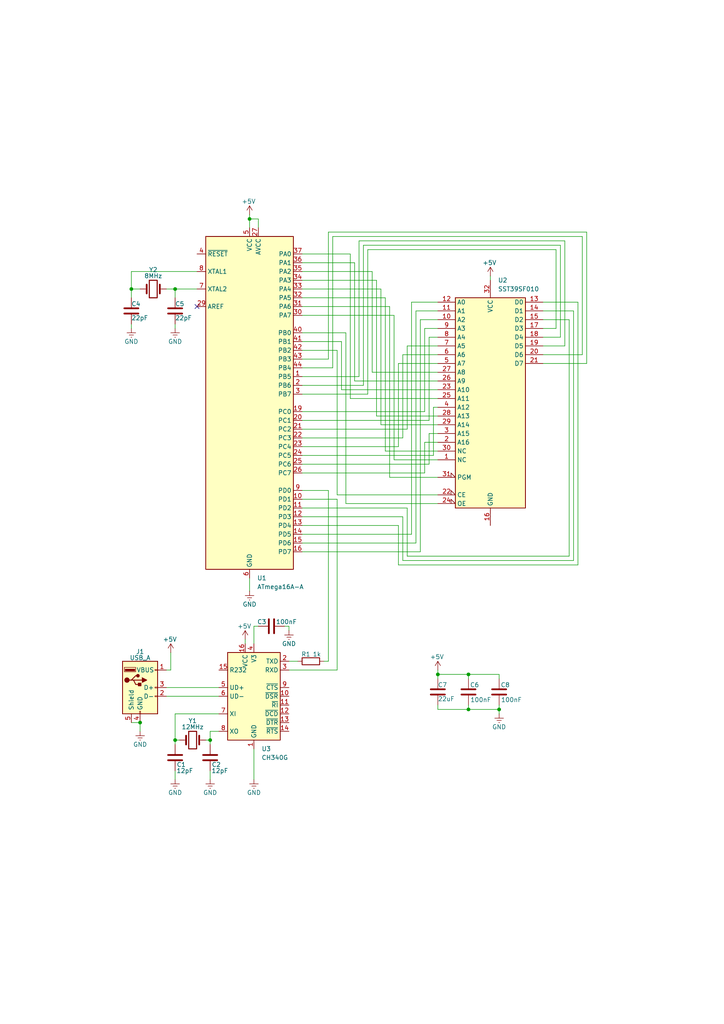
<source format=kicad_sch>
(kicad_sch (version 20231120) (generator "eeschema") (generator_version "8.0")
  (paper "A4" portrait)
  (title_block (title "ParaPROG: 29-39-49-5V"))
  (lib_symbols
    (symbol "Connector:USB_A" (pin_names (offset 1.016))
      (property "Reference" "J" (at -5.08 11.43 0))
      (property "Value" "USB_A" (at -5.08 8.89 0))
      (symbol "USB_A_0_1"
        (rectangle (start -5.08 -7.62) (end 5.08 7.62) (stroke (width 0.254)) (fill (type background)))
        (circle (center -3.81 2.159) (radius 0.635) (stroke (width 0.254)) (fill (type outline)))
        (rectangle (start -1.524 4.826) (end -4.318 5.334) (fill (type outline)))
        (rectangle (start -1.27 4.572) (end -4.572 5.842))
        (circle (center -0.635 3.429) (radius 0.381) (stroke (width 0.254)) (fill (type outline)))
        (rectangle (start -0.127 -7.62) (end 0.127 -6.858))
        (polyline (pts (xy -3.175 2.159) (xy -2.54 2.159) (xy -1.27 3.429) (xy -0.635 3.429)) (stroke (width 0.254)))
        (polyline (pts (xy -2.54 2.159) (xy -1.905 2.159) (xy -1.27 0.889) (xy 0 0.889)) (stroke (width 0.254)))
        (polyline (pts (xy 0.635 2.794) (xy 0.635 1.524) (xy 1.905 2.159) (xy 0.635 2.794)) (stroke (width 0.254)) (fill (type outline)))
        (rectangle (start 0.254 1.27) (end -0.508 0.508) (stroke (width 0.254)) (fill (type outline)))
        (rectangle (start 5.08 -2.667) (end 4.318 -2.413))
        (rectangle (start 5.08 -0.127) (end 4.318 0.127))
        (rectangle (start 5.08 4.953) (end 4.318 5.207))
      )
      (symbol "USB_A_1_1"
        (polyline (pts (xy -1.905 2.159) (xy 0.635 2.159)) (stroke (width 0.254)))
        (pin power_in line (at 7.62 5.08 180) (length 2.54) (name "VBUS") (number "1"))
        (pin bidirectional line (at 7.62 -2.54 180) (length 2.54) (name "D-") (number "2"))
        (pin bidirectional line (at 7.62 0 180) (length 2.54) (name "D+") (number "3"))
        (pin power_in line (at 0 -10.16 90) (length 2.54) (name "GND") (number "4"))
        (pin passive line (at -2.54 -10.16 90) (length 2.54) (name "Shield") (number "5"))
      )
    )
    (symbol "Device:C" (pin_numbers hide) (pin_names (offset 0.254))
      (property "Reference" "C1" (at 3.81 1.2701 0))
      (property "Value" "12pF" (at 3.81 -1.2699 0))
      (symbol "C_0_1"
        (polyline (pts (xy -2.032 -0.762) (xy 2.032 -0.762)) (stroke (width 0.508)))
        (polyline (pts (xy -2.032 0.762) (xy 2.032 0.762)) (stroke (width 0.508)))
      )
      (symbol "C_1_1"
        (pin passive line (at 0 3.81 270) (length 2.794) (name "~") (number "1"))
        (pin passive line (at 0 -3.81 90) (length 2.794) (name "~") (number "2"))
      )
    )
    (symbol "Device:Crystal" (pin_numbers hide) (pin_names (offset 1.016) hide)
      (property "Reference" "Y" (at 0 3.81 0))
      (property "Value" "Crystal" (at 0 -3.81 0))
      (symbol "Crystal_0_1"
        (rectangle (start -1.143 2.54) (end 1.143 -2.54) (stroke (width 0.3048)))
        (polyline (pts (xy -2.54 0) (xy -1.905 0)))
        (polyline (pts (xy -1.905 -1.27) (xy -1.905 1.27)) (stroke (width 0.508)))
        (polyline (pts (xy 1.905 -1.27) (xy 1.905 1.27)) (stroke (width 0.508)))
        (polyline (pts (xy 2.54 0) (xy 1.905 0)))
      )
      (symbol "Crystal_1_1"
        (pin passive line (at -3.81 0 0) (length 1.27) (name "1") (number "1"))
        (pin passive line (at 3.81 0 180) (length 1.27) (name "2") (number "2"))
      )
    )
    (symbol "Device:R" (pin_numbers hide) (pin_names (offset 0))
      (property "Reference" "R" (at 2.032 0 90))
      (property "Value" "R" (at 0 0 90))
      (symbol "R_0_1"
        (rectangle (start -1.016 -2.54) (end 1.016 2.54) (stroke (width 0.254)))
      )
      (symbol "R_1_1"
        (pin passive line (at 0 3.81 270) (length 1.27) (name "~") (number "1"))
        (pin passive line (at 0 -3.81 90) (length 1.27) (name "~") (number "2"))
      )
    )
    (symbol "Interface_USB:CH340G"
      (property "Reference" "U" (at -5.08 13.97 0))
      (property "Value" "CH340G" (at 1.27 13.97 0))
      (symbol "CH340G_0_1"
        (rectangle (start -7.62 12.7) (end 7.62 -12.7) (stroke (width 0.254)) (fill (type background)))
      )
      (symbol "CH340G_1_1"
        (pin power_in line (at 0 -15.24 90) (length 2.54) (name "GND") (number "1"))
        (pin input line (at 10.16 0 180) (length 2.54) (name "~{DSR}") (number "10"))
        (pin input line (at 10.16 -2.54 180) (length 2.54) (name "~{RI}") (number "11"))
        (pin input line (at 10.16 -5.08 180) (length 2.54) (name "~{DCD}") (number "12"))
        (pin output line (at 10.16 -7.62 180) (length 2.54) (name "~{DTR}") (number "13"))
        (pin output line (at 10.16 -10.16 180) (length 2.54) (name "~{RTS}") (number "14"))
        (pin input line (at -10.16 7.62 0) (length 2.54) (name "R232") (number "15"))
        (pin power_in line (at -2.54 15.24 270) (length 2.54) (name "VCC") (number "16"))
        (pin output line (at 10.16 10.16 180) (length 2.54) (name "TXD") (number "2"))
        (pin input line (at 10.16 7.62 180) (length 2.54) (name "RXD") (number "3"))
        (pin power_out line (at 0 15.24 270) (length 2.54) (name "V3") (number "4"))
        (pin bidirectional line (at -10.16 2.54 0) (length 2.54) (name "UD+") (number "5"))
        (pin bidirectional line (at -10.16 0 0) (length 2.54) (name "UD-") (number "6"))
        (pin input line (at -10.16 -5.08 0) (length 2.54) (name "XI") (number "7"))
        (pin output line (at -10.16 -10.16 0) (length 2.54) (name "XO") (number "8"))
        (pin input line (at 10.16 2.54 180) (length 2.54) (name "~{CTS}") (number "9"))
      )
    )
    (symbol "MCU_Microchip_ATmega:ATmega16A-A"
      (property "Reference" "U" (at -12.7 49.53 0))
      (property "Value" "ATmega16A-A" (at 2.54 -49.53 0))
      (symbol "ATmega16A-A_0_1"
        (rectangle (start -12.7 -48.26) (end 12.7 48.26) (stroke (width 0.254)) (fill (type background)))
      )
      (symbol "ATmega16A-A_1_1"
        (pin bidirectional line (at 15.24 7.62 180) (length 2.54) (name "PB5") (number "1"))
        (pin bidirectional line (at 15.24 -27.94 180) (length 2.54) (name "PD1") (number "10"))
        (pin bidirectional line (at 15.24 -30.48 180) (length 2.54) (name "PD2") (number "11"))
        (pin bidirectional line (at 15.24 -33.02 180) (length 2.54) (name "PD3") (number "12"))
        (pin bidirectional line (at 15.24 -35.56 180) (length 2.54) (name "PD4") (number "13"))
        (pin bidirectional line (at 15.24 -38.1 180) (length 2.54) (name "PD5") (number "14"))
        (pin bidirectional line (at 15.24 -40.64 180) (length 2.54) (name "PD6") (number "15"))
        (pin bidirectional line (at 15.24 -43.18 180) (length 2.54) (name "PD7") (number "16"))
        (pin passive line (at 0 50.8 270) (length 2.54) hide (name "VCC") (number "17"))
        (pin passive line (at 0 -50.8 90) (length 2.54) hide (name "GND") (number "18"))
        (pin bidirectional line (at 15.24 -2.54 180) (length 2.54) (name "PC0") (number "19"))
        (pin bidirectional line (at 15.24 5.08 180) (length 2.54) (name "PB6") (number "2"))
        (pin bidirectional line (at 15.24 -5.08 180) (length 2.54) (name "PC1") (number "20"))
        (pin bidirectional line (at 15.24 -7.62 180) (length 2.54) (name "PC2") (number "21"))
        (pin bidirectional line (at 15.24 -10.16 180) (length 2.54) (name "PC3") (number "22"))
        (pin bidirectional line (at 15.24 -12.7 180) (length 2.54) (name "PC4") (number "23"))
        (pin bidirectional line (at 15.24 -15.24 180) (length 2.54) (name "PC5") (number "24"))
        (pin bidirectional line (at 15.24 -17.78 180) (length 2.54) (name "PC6") (number "25"))
        (pin bidirectional line (at 15.24 -20.32 180) (length 2.54) (name "PC7") (number "26"))
        (pin power_in line (at 2.54 50.8 270) (length 2.54) (name "AVCC") (number "27"))
        (pin passive line (at 0 -50.8 90) (length 2.54) hide (name "GND") (number "28"))
        (pin passive line (at -15.24 27.94 0) (length 2.54) (name "AREF") (number "29"))
        (pin bidirectional line (at 15.24 2.54 180) (length 2.54) (name "PB7") (number "3"))
        (pin bidirectional line (at 15.24 25.4 180) (length 2.54) (name "PA7") (number "30"))
        (pin bidirectional line (at 15.24 27.94 180) (length 2.54) (name "PA6") (number "31"))
        (pin bidirectional line (at 15.24 30.48 180) (length 2.54) (name "PA5") (number "32"))
        (pin bidirectional line (at 15.24 33.02 180) (length 2.54) (name "PA4") (number "33"))
        (pin bidirectional line (at 15.24 35.56 180) (length 2.54) (name "PA3") (number "34"))
        (pin bidirectional line (at 15.24 38.1 180) (length 2.54) (name "PA2") (number "35"))
        (pin bidirectional line (at 15.24 40.64 180) (length 2.54) (name "PA1") (number "36"))
        (pin bidirectional line (at 15.24 43.18 180) (length 2.54) (name "PA0") (number "37"))
        (pin passive line (at 0 50.8 270) (length 2.54) hide (name "VCC") (number "38"))
        (pin passive line (at 0 -50.8 90) (length 2.54) hide (name "GND") (number "39"))
        (pin input line (at -15.24 43.18 0) (length 2.54) (name "~{RESET}") (number "4"))
        (pin bidirectional line (at 15.24 20.32 180) (length 2.54) (name "PB0") (number "40"))
        (pin bidirectional line (at 15.24 17.78 180) (length 2.54) (name "PB1") (number "41"))
        (pin bidirectional line (at 15.24 15.24 180) (length 2.54) (name "PB2") (number "42"))
        (pin bidirectional line (at 15.24 12.7 180) (length 2.54) (name "PB3") (number "43"))
        (pin bidirectional line (at 15.24 10.16 180) (length 2.54) (name "PB4") (number "44"))
        (pin power_in line (at 0 50.8 270) (length 2.54) (name "VCC") (number "5"))
        (pin power_in line (at 0 -50.8 90) (length 2.54) (name "GND") (number "6"))
        (pin output line (at -15.24 33.02 0) (length 2.54) (name "XTAL2") (number "7"))
        (pin input line (at -15.24 38.1 0) (length 2.54) (name "XTAL1") (number "8"))
        (pin bidirectional line (at 15.24 -25.4 180) (length 2.54) (name "PD0") (number "9"))
      )
    )
    (symbol "Memory_Flash:SST39SF010"
      (property "Reference" "U" (at 2.54 33.02 0))
      (property "Value" "SST39SF010" (at 0 -30.48 0))
      (symbol "SST39SF010_0_0"
        (pin power_in line (at 0 -34.29 90) (length 5.08) (name "GND") (number "16"))
        (pin power_in line (at 0 36.83 270) (length 5.08) (name "VCC") (number "32"))
      )
      (symbol "SST39SF010_0_1"
        (rectangle (start -10.16 31.75) (end 10.16 -29.21) (stroke (width 0.254)) (fill (type background)))
      )
      (symbol "SST39SF010_1_1"
        (pin input line (at -15.24 -15.24 0) (length 5.08) (name "NC") (number "1"))
        (pin input line (at -15.24 25.4 0) (length 5.08) (name "A2") (number "10"))
        (pin input line (at -15.24 27.94 0) (length 5.08) (name "A1") (number "11"))
        (pin input line (at -15.24 30.48 0) (length 5.08) (name "A0") (number "12"))
        (pin tri_state line (at 15.24 30.48 180) (length 5.08) (name "D0") (number "13"))
        (pin tri_state line (at 15.24 27.94 180) (length 5.08) (name "D1") (number "14"))
        (pin tri_state line (at 15.24 25.4 180) (length 5.08) (name "D2") (number "15"))
        (pin tri_state line (at 15.24 22.86 180) (length 5.08) (name "D3") (number "17"))
        (pin tri_state line (at 15.24 20.32 180) (length 5.08) (name "D4") (number "18"))
        (pin tri_state line (at 15.24 17.78 180) (length 5.08) (name "D5") (number "19"))
        (pin input line (at -15.24 -10.16 0) (length 5.08) (name "A16") (number "2"))
        (pin tri_state line (at 15.24 15.24 180) (length 5.08) (name "D6") (number "20"))
        (pin tri_state line (at 15.24 12.7 180) (length 5.08) (name "D7") (number "21"))
        (pin input input_low (at -15.24 -25.4 0) (length 5.08) (name "CE") (number "22"))
        (pin input line (at -15.24 5.08 0) (length 5.08) (name "A10") (number "23"))
        (pin input input_low (at -15.24 -27.94 0) (length 5.08) (name "OE") (number "24"))
        (pin input line (at -15.24 2.54 0) (length 5.08) (name "A11") (number "25"))
        (pin input line (at -15.24 7.62 0) (length 5.08) (name "A9") (number "26"))
        (pin input line (at -15.24 10.16 0) (length 5.08) (name "A8") (number "27"))
        (pin input line (at -15.24 -2.54 0) (length 5.08) (name "A13") (number "28"))
        (pin input line (at -15.24 -5.08 0) (length 5.08) (name "A14") (number "29"))
        (pin input line (at -15.24 -7.62 0) (length 5.08) (name "A15") (number "3"))
        (pin input line (at -15.24 -12.7 0) (length 5.08) (name "NC") (number "30"))
        (pin input input_low (at -15.24 -20.32 0) (length 5.08) (name "PGM") (number "31"))
        (pin input line (at -15.24 0 0) (length 5.08) (name "A12") (number "4"))
        (pin input line (at -15.24 12.7 0) (length 5.08) (name "A7") (number "5"))
        (pin input line (at -15.24 15.24 0) (length 5.08) (name "A6") (number "6"))
        (pin input line (at -15.24 17.78 0) (length 5.08) (name "A5") (number "7"))
        (pin input line (at -15.24 20.32 0) (length 5.08) (name "A4") (number "8"))
        (pin input line (at -15.24 22.86 0) (length 5.08) (name "A3") (number "9"))
      )
    )
    (symbol "power:+3.3V" (power) (pin_numbers hide) (pin_names (offset 0) hide)
      (property "Value" "+3.3V" (at 0 3.556 0))
      (symbol "+3.3V_0_1"
        (polyline (pts (xy -0.762 1.27) (xy 0 2.54)))
        (polyline (pts (xy 0 0) (xy 0 2.54)))
        (polyline (pts (xy 0 2.54) (xy 0.762 1.27)))
      )
      (symbol "+3.3V_1_1"
        (pin power_in line (at 0 0 90) (length 0) (name "~") (number "1"))
      )
    )
    (symbol "power:GNDREF" (power) (pin_numbers hide) (pin_names (offset 0) hide)
      (property "Value" "GNDREF" (at 0 -3.81 0))
      (symbol "GNDREF_0_1"
        (polyline (pts (xy -0.635 -1.905) (xy 0.635 -1.905)))
        (polyline (pts (xy -0.127 -2.54) (xy 0.127 -2.54)))
        (polyline (pts (xy 0 -1.27) (xy 0 0)))
        (polyline (pts (xy 1.27 -1.27) (xy -1.27 -1.27)))
      )
      (symbol "GNDREF_1_1"
        (pin power_in line (at 0 0 270) (length 0) (name "~") (number "1"))
      )
    )
  )
  (junction (at 135.89 205.74))
  (junction (at 38.1 83.82))
  (junction (at 40.64 209.55))
  (junction (at 127 195.58))
  (junction (at 72.39 63.5))
  (junction (at 50.8 214.63))
  (junction (at 135.89 195.58))
  (junction (at 144.78 205.74))
  (junction (at 60.96 214.63))
  (junction (at 50.8 83.82))
  (no_connect (at 57.15 88.9))
  (wire (pts (xy 50.8 83.82) (xy 50.8 86.36)))
  (wire (pts (xy 49.53 194.31) (xy 48.26 194.31)))
  (wire (pts (xy 87.63 142.24) (xy 95.25 142.24)))
  (wire (pts (xy 167.64 163.83) (xy 167.64 87.63)))
  (wire (pts (xy 63.5 212.09) (xy 60.96 212.09)))
  (wire (pts (xy 50.8 93.98) (xy 50.8 95.25)))
  (wire (pts (xy 50.8 223.52) (xy 50.8 226.06)))
  (wire (pts (xy 95.25 191.77) (xy 95.25 142.24)))
  (wire (pts (xy 170.18 67.31) (xy 170.18 105.41)))
  (wire (pts (xy 48.26 201.93) (xy 63.5 201.93)))
  (wire (pts (xy 107.95 107.95) (xy 127 107.95)))
  (wire (pts (xy 87.63 96.52) (xy 100.33 96.52)))
  (wire (pts (xy 124.46 134.62) (xy 124.46 125.73)))
  (wire (pts (xy 102.87 110.49) (xy 102.87 76.2)))
  (wire (pts (xy 87.63 101.6) (xy 97.79 101.6)))
  (wire (pts (xy 124.46 125.73) (xy 127 125.73)))
  (wire (pts (xy 96.52 106.68) (xy 96.52 68.58)))
  (wire (pts (xy 125.73 118.11) (xy 127 118.11)))
  (wire (pts (xy 73.66 186.69) (xy 73.66 181.61)))
  (wire (pts (xy 101.6 115.57) (xy 101.6 73.66)))
  (wire (pts (xy 101.6 73.66) (xy 87.63 73.66)))
  (wire (pts (xy 72.39 63.5) (xy 74.93 63.5)))
  (wire (pts (xy 87.63 88.9) (xy 113.03 88.9)))
  (wire (pts (xy 87.63 111.76) (xy 105.41 111.76)))
  (wire (pts (xy 50.8 214.63) (xy 50.8 215.9)))
  (wire (pts (xy 87.63 114.3) (xy 106.68 114.3)))
  (wire (pts (xy 97.79 143.51) (xy 127 143.51)))
  (wire (pts (xy 162.56 97.79) (xy 157.48 97.79)))
  (wire (pts (xy 100.33 146.05) (xy 127 146.05)))
  (wire (pts (xy 127 194.31) (xy 127 195.58)))
  (wire (pts (xy 87.63 137.16) (xy 123.19 137.16)))
  (wire (pts (xy 48.26 199.39) (xy 63.5 199.39)))
  (wire (pts (xy 123.19 119.38) (xy 123.19 95.25)))
  (wire (pts (xy 71.12 185.42) (xy 71.12 186.69)))
  (wire (pts (xy 118.11 100.33) (xy 127 100.33)))
  (wire (pts (xy 166.37 162.56) (xy 166.37 90.17)))
  (wire (pts (xy 127 115.57) (xy 101.6 115.57)))
  (wire (pts (xy 57.15 78.74) (xy 38.1 78.74)))
  (wire (pts (xy 50.8 214.63) (xy 52.07 214.63)))
  (wire (pts (xy 87.63 147.32) (xy 118.11 147.32)))
  (wire (pts (xy 114.3 91.44) (xy 114.3 133.35)))
  (wire (pts (xy 144.78 204.47) (xy 144.78 205.74)))
  (wire (pts (xy 114.3 133.35) (xy 127 133.35)))
  (wire (pts (xy 106.68 114.3) (xy 106.68 72.39)))
  (wire (pts (xy 87.63 83.82) (xy 110.49 83.82)))
  (wire (pts (xy 124.46 97.79) (xy 127 97.79)))
  (wire (pts (xy 118.11 124.46) (xy 118.11 100.33)))
  (wire (pts (xy 115.57 152.4) (xy 115.57 163.83)))
  (wire (pts (xy 83.82 194.31) (xy 97.79 194.31)))
  (wire (pts (xy 63.5 207.01) (xy 50.8 207.01)))
  (wire (pts (xy 72.39 62.23) (xy 72.39 63.5)))
  (wire (pts (xy 82.55 181.61) (xy 83.82 181.61)))
  (wire (pts (xy 97.79 101.6) (xy 97.79 143.51)))
  (wire (pts (xy 73.66 217.17) (xy 73.66 226.06)))
  (wire (pts (xy 87.63 91.44) (xy 114.3 91.44)))
  (wire (pts (xy 121.92 160.02) (xy 121.92 92.71)))
  (wire (pts (xy 113.03 138.43) (xy 127 138.43)))
  (wire (pts (xy 162.56 71.12) (xy 162.56 97.79)))
  (wire (pts (xy 168.91 68.58) (xy 168.91 102.87)))
  (wire (pts (xy 87.63 160.02) (xy 121.92 160.02)))
  (wire (pts (xy 127 195.58) (xy 135.89 195.58)))
  (wire (pts (xy 87.63 152.4) (xy 115.57 152.4)))
  (wire (pts (xy 105.41 71.12) (xy 162.56 71.12)))
  (wire (pts (xy 120.65 157.48) (xy 120.65 90.17)))
  (wire (pts (xy 165.1 161.29) (xy 165.1 92.71)))
  (wire (pts (xy 50.8 207.01) (xy 50.8 214.63)))
  (wire (pts (xy 135.89 195.58) (xy 135.89 196.85)))
  (wire (pts (xy 127 204.47) (xy 127 205.74)))
  (wire (pts (xy 118.11 161.29) (xy 165.1 161.29)))
  (wire (pts (xy 96.52 68.58) (xy 168.91 68.58)))
  (wire (pts (xy 124.46 121.92) (xy 124.46 97.79)))
  (wire (pts (xy 144.78 195.58) (xy 144.78 196.85)))
  (wire (pts (xy 87.63 154.94) (xy 119.38 154.94)))
  (wire (pts (xy 142.24 80.01) (xy 142.24 81.28)))
  (wire (pts (xy 60.96 214.63) (xy 60.96 215.9)))
  (wire (pts (xy 115.57 163.83) (xy 167.64 163.83)))
  (wire (pts (xy 121.92 92.71) (xy 127 92.71)))
  (wire (pts (xy 135.89 204.47) (xy 135.89 205.74)))
  (wire (pts (xy 38.1 209.55) (xy 40.64 209.55)))
  (wire (pts (xy 99.06 99.06) (xy 99.06 113.03)))
  (wire (pts (xy 38.1 83.82) (xy 38.1 86.36)))
  (wire (pts (xy 105.41 111.76) (xy 105.41 71.12)))
  (wire (pts (xy 111.76 86.36) (xy 111.76 130.81)))
  (wire (pts (xy 100.33 96.52) (xy 100.33 146.05)))
  (wire (pts (xy 144.78 205.74) (xy 144.78 207.01)))
  (wire (pts (xy 109.22 81.28) (xy 109.22 120.65)))
  (wire (pts (xy 87.63 78.74) (xy 107.95 78.74)))
  (wire (pts (xy 95.25 191.77) (xy 93.98 191.77)))
  (wire (pts (xy 83.82 181.61) (xy 83.82 182.88)))
  (wire (pts (xy 40.64 209.55) (xy 40.64 212.09)))
  (wire (pts (xy 83.82 191.77) (xy 86.36 191.77)))
  (wire (pts (xy 72.39 66.04) (xy 72.39 63.5)))
  (wire (pts (xy 123.19 137.16) (xy 123.19 128.27)))
  (wire (pts (xy 87.63 106.68) (xy 96.52 106.68)))
  (wire (pts (xy 170.18 105.41) (xy 157.48 105.41)))
  (wire (pts (xy 38.1 93.98) (xy 38.1 95.25)))
  (wire (pts (xy 87.63 157.48) (xy 120.65 157.48)))
  (wire (pts (xy 123.19 95.25) (xy 127 95.25)))
  (wire (pts (xy 102.87 76.2) (xy 87.63 76.2)))
  (wire (pts (xy 161.29 95.25) (xy 157.48 95.25)))
  (wire (pts (xy 127 110.49) (xy 102.87 110.49)))
  (wire (pts (xy 115.57 105.41) (xy 127 105.41)))
  (wire (pts (xy 87.63 121.92) (xy 124.46 121.92)))
  (wire (pts (xy 60.96 223.52) (xy 60.96 226.06)))
  (wire (pts (xy 95.25 67.31) (xy 170.18 67.31)))
  (wire (pts (xy 87.63 81.28) (xy 109.22 81.28)))
  (wire (pts (xy 97.79 194.31) (xy 97.79 144.78)))
  (wire (pts (xy 127 195.58) (xy 127 196.85)))
  (wire (pts (xy 123.19 128.27) (xy 127 128.27)))
  (wire (pts (xy 87.63 124.46) (xy 118.11 124.46)))
  (wire (pts (xy 87.63 134.62) (xy 124.46 134.62)))
  (wire (pts (xy 95.25 104.14) (xy 95.25 67.31)))
  (wire (pts (xy 125.73 132.08) (xy 125.73 118.11)))
  (wire (pts (xy 87.63 119.38) (xy 123.19 119.38)))
  (wire (pts (xy 60.96 212.09) (xy 60.96 214.63)))
  (wire (pts (xy 127 205.74) (xy 135.89 205.74)))
  (wire (pts (xy 87.63 149.86) (xy 116.84 149.86)))
  (wire (pts (xy 87.63 132.08) (xy 125.73 132.08)))
  (wire (pts (xy 135.89 205.74) (xy 144.78 205.74)))
  (wire (pts (xy 163.83 100.33) (xy 157.48 100.33)))
  (wire (pts (xy 104.14 109.22) (xy 104.14 69.85)))
  (wire (pts (xy 87.63 129.54) (xy 115.57 129.54)))
  (wire (pts (xy 110.49 123.19) (xy 127 123.19)))
  (wire (pts (xy 106.68 72.39) (xy 161.29 72.39)))
  (wire (pts (xy 60.96 214.63) (xy 59.69 214.63)))
  (wire (pts (xy 104.14 69.85) (xy 163.83 69.85)))
  (wire (pts (xy 87.63 86.36) (xy 111.76 86.36)))
  (wire (pts (xy 120.65 90.17) (xy 127 90.17)))
  (wire (pts (xy 109.22 120.65) (xy 127 120.65)))
  (wire (pts (xy 87.63 109.22) (xy 104.14 109.22)))
  (wire (pts (xy 166.37 90.17) (xy 157.48 90.17)))
  (wire (pts (xy 165.1 92.71) (xy 157.48 92.71)))
  (wire (pts (xy 119.38 154.94) (xy 119.38 87.63)))
  (wire (pts (xy 87.63 104.14) (xy 95.25 104.14)))
  (wire (pts (xy 38.1 83.82) (xy 40.64 83.82)))
  (wire (pts (xy 116.84 149.86) (xy 116.84 162.56)))
  (wire (pts (xy 99.06 113.03) (xy 127 113.03)))
  (wire (pts (xy 113.03 88.9) (xy 113.03 138.43)))
  (wire (pts (xy 107.95 78.74) (xy 107.95 107.95)))
  (wire (pts (xy 116.84 102.87) (xy 127 102.87)))
  (wire (pts (xy 163.83 69.85) (xy 163.83 100.33)))
  (wire (pts (xy 135.89 195.58) (xy 144.78 195.58)))
  (wire (pts (xy 72.39 167.64) (xy 72.39 171.45)))
  (wire (pts (xy 168.91 102.87) (xy 157.48 102.87)))
  (wire (pts (xy 110.49 83.82) (xy 110.49 123.19)))
  (wire (pts (xy 38.1 78.74) (xy 38.1 83.82)))
  (wire (pts (xy 73.66 181.61) (xy 74.93 181.61)))
  (wire (pts (xy 111.76 130.81) (xy 127 130.81)))
  (wire (pts (xy 118.11 147.32) (xy 118.11 161.29)))
  (wire (pts (xy 48.26 83.82) (xy 50.8 83.82)))
  (wire (pts (xy 87.63 99.06) (xy 99.06 99.06)))
  (wire (pts (xy 167.64 87.63) (xy 157.48 87.63)))
  (wire (pts (xy 74.93 63.5) (xy 74.93 66.04)))
  (wire (pts (xy 119.38 87.63) (xy 127 87.63)))
  (wire (pts (xy 87.63 127) (xy 116.84 127)))
  (wire (pts (xy 116.84 162.56) (xy 166.37 162.56)))
  (wire (pts (xy 115.57 129.54) (xy 115.57 105.41)))
  (wire (pts (xy 116.84 127) (xy 116.84 102.87)))
  (wire (pts (xy 97.79 144.78) (xy 87.63 144.78)))
  (wire (pts (xy 49.53 189.23) (xy 49.53 194.31)))
  (wire (pts (xy 50.8 83.82) (xy 57.15 83.82)))
  (wire (pts (xy 161.29 72.39) (xy 161.29 95.25)))
  (symbol (lib_id "power:+3.3V") (at 142.24 80.01 0) (unit 1)
    (property "Reference" "#PWR012" (effects (hide yes)))
    (property "Value" "+5V" (at 141.986 76.2 0))
    (property "Description" "Power symbol creates a global label with name \"+3.3V\"" (effects (hide yes)))
  )
  (symbol (lib_id "power:+3.3V") (at 71.12 185.42 0) (unit 1)
    (property "Reference" "#PWR010" (effects (hide yes)))
    (property "Value" "+5V" (at 70.866 181.61 0))
    (property "Description" "Power symbol creates a global label with name \"+3.3V\"" (effects (hide yes)))
  )
  (symbol (lib_id "power:+3.3V") (at 72.39 62.23 0) (unit 1)
    (property "Reference" "#PWR011" (effects (hide yes)))
    (property "Value" "+5V" (at 72.136 58.42 0))
    (property "Description" "Power symbol creates a global label with name \"+3.3V\"" (effects (hide yes)))
  )
  (symbol (lib_id "Device:C") (at 38.1 90.17 0) (unit 1)
    (property "Reference" "C4" (at 38.1 88.138 0) (effects (justify left)))
    (property "Value" "22pF" (at 38.1 92.202 0) (effects (justify left)))
    (property "Footprint" "Capacitor_SMD:C_0805_2012Metric" (effects (hide yes)))
    (property "Description" "Unpolarized capacitor" (effects (hide yes)))
  )
  (symbol (lib_id "power:+3.3V") (at 127 194.31 0) (unit 1)
    (property "Reference" "#PWR013" (effects (hide yes)))
    (property "Value" "+5V" (at 126.746 190.5 0))
    (property "Description" "Power symbol creates a global label with name \"+3.3V\"" (effects (hide yes)))
  )
  (symbol (lib_id "Device:Crystal") (at 44.45 83.82 0) (unit 1)
    (property "Reference" "Y2" (at 44.45 78.232 0))
    (property "Value" "8MHz" (at 44.45 80.01 0))
    (property "Footprint" "Crystal:Crystal_HC49-U_Vertical" (effects (hide yes)))
    (property "Description" "Two pin crystal" (effects (hide yes)))
  )
  (symbol (lib_id "Device:C") (at 135.89 200.66 180) (unit 1)
    (property "Reference" "C6" (at 137.668 198.628 0))
    (property "Value" "100nF" (at 139.446 202.946 0))
    (property "Footprint" "Capacitor_SMD:C_0805_2012Metric" (effects (hide yes)))
    (property "Description" "Unpolarized capacitor" (effects (hide yes)))
    (property "LCSC PN" "C14663" (effects (hide yes)))
    (property "MF PN" "CC0603KRX7R9BB104" (effects (hide yes)))
  )
  (symbol (lib_id "power:GNDREF") (at 72.39 171.45 0) (unit 1)
    (property "Reference" "#PWR05" (effects (hide yes)))
    (property "Value" "GND" (at 72.39 175.26 0))
    (property "Description" "Power symbol creates a global label with name \"GNDREF\" , reference supply ground" (effects (hide yes)))
  )
  (symbol (lib_id "Device:C") (at 127 200.66 0) (unit 1)
    (property "Reference" "C7" (at 127 198.628 0) (effects (justify left)))
    (property "Value" "22uF" (at 127 202.692 0) (effects (justify left)))
    (property "Footprint" "Capacitor_SMD:C_0805_2012Metric" (effects (hide yes)))
    (property "Description" "Unpolarized capacitor" (effects (hide yes)))
  )
  (symbol (lib_id "Device:C") (at 78.74 181.61 90) (unit 1)
    (property "Reference" "C3" (at 75.946 180.34 90))
    (property "Value" "100nF" (at 83.058 180.34 90))
    (property "Footprint" "Capacitor_SMD:C_0805_2012Metric" (effects (hide yes)))
    (property "Description" "Unpolarized capacitor" (effects (hide yes)))
    (property "LCSC PN" "C14663" (effects (hide yes)))
    (property "MF PN" "CC0603KRX7R9BB104" (effects (hide yes)))
  )
  (symbol (lib_id "power:GNDREF") (at 50.8 226.06 0) (unit 1)
    (property "Reference" "#PWR02" (effects (hide yes)))
    (property "Value" "GND" (at 50.8 229.87 0))
    (property "Description" "Power symbol creates a global label with name \"GNDREF\" , reference supply ground" (effects (hide yes)))
  )
  (symbol (lib_id "Connector:USB_A") (at 40.64 199.39 0) (unit 1)
    (property "Reference" "J1" (at 40.64 188.976 0))
    (property "Value" "USB_A" (at 40.64 190.754 0))
    (property "Footprint" "Connector_USB:USB_A_CNCTech_1001-011-01101_Horizontal" (effects (hide yes)))
    (property "Description" "USB Type A connector" (effects (hide yes)))
  )
  (symbol (lib_id "Interface_USB:CH340G") (at 73.66 201.93 0) (unit 1)
    (property "Reference" "U3" (at 75.8541 217.17 0) (effects (justify left)))
    (property "Value" "CH340G" (at 75.8541 219.71 0) (effects (justify left)))
    (property "Footprint" "Package_SO:SOIC-16_3.9x9.9mm_P1.27mm" (effects (hide yes)))
    (property "Datasheet" "http://www.datasheet5.com/pdf-local-2195953" (effects (hide yes)))
    (property "Description" "USB serial converter, UART, SOIC-16" (effects (hide yes)))
  )
  (symbol (lib_id "Device:C") (at 50.8 90.17 0) (unit 1)
    (property "Reference" "C5" (at 50.8 88.138 0) (effects (justify left)))
    (property "Value" "22pF" (at 50.8 92.202 0) (effects (justify left)))
    (property "Footprint" "Capacitor_SMD:C_0805_2012Metric" (effects (hide yes)))
    (property "Description" "Unpolarized capacitor" (effects (hide yes)))
  )
  (symbol (lib_id "Device:C") (at 60.96 219.71 180) (unit 1)
    (property "Reference" "C2" (at 62.738 221.742 0))
    (property "Value" "12pF" (at 63.754 223.52 0))
    (property "Footprint" "Capacitor_SMD:C_0805_2012Metric" (effects (hide yes)))
    (property "Description" "Unpolarized capacitor" (effects (hide yes)))
    (property "LCSC PN" "C106201" (effects (hide yes)))
    (property "MF PN" "CC0402JRNPO9BN120" (effects (hide yes)))
  )
  (symbol (lib_id "power:GNDREF") (at 73.66 226.06 0) (unit 1)
    (property "Reference" "#PWR04" (effects (hide yes)))
    (property "Value" "GND" (at 73.66 229.87 0))
    (property "Description" "Power symbol creates a global label with name \"GNDREF\" , reference supply ground" (effects (hide yes)))
  )
  (symbol (lib_id "power:GNDREF") (at 38.1 95.25 0) (unit 1)
    (property "Reference" "#PWR07" (effects (hide yes)))
    (property "Value" "GND" (at 38.1 99.06 0))
    (property "Description" "Power symbol creates a global label with name \"GNDREF\" , reference supply ground" (effects (hide yes)))
  )
  (symbol (lib_id "power:+3.3V") (at 49.53 189.23 0) (unit 1)
    (property "Reference" "#PWR09" (effects (hide yes)))
    (property "Value" "+5V" (at 49.276 185.42 0))
    (property "Description" "Power symbol creates a global label with name \"+3.3V\"" (effects (hide yes)))
  )
  (symbol (lib_id "power:GNDREF") (at 83.82 182.88 0) (unit 1)
    (property "Reference" "#PWR06" (effects (hide yes)))
    (property "Value" "GND" (at 83.82 186.69 0))
    (property "Description" "Power symbol creates a global label with name \"GNDREF\" , reference supply ground" (effects (hide yes)))
  )
  (symbol (lib_id "power:GNDREF") (at 60.96 226.06 0) (unit 1)
    (property "Reference" "#PWR03" (effects (hide yes)))
    (property "Value" "GND" (at 60.96 229.87 0))
    (property "Description" "Power symbol creates a global label with name \"GNDREF\" , reference supply ground" (effects (hide yes)))
  )
  (symbol (lib_id "Device:Crystal") (at 55.88 214.63 0) (unit 1)
    (property "Reference" "Y1" (at 55.88 209.042 0))
    (property "Value" "12MHz" (at 55.88 210.82 0))
    (property "Footprint" "Crystal:Crystal_HC49-U_Vertical" (effects (hide yes)))
    (property "Description" "Two pin crystal" (effects (hide yes)))
  )
  (symbol (lib_id "Device:C") (at 50.8 219.71 180) (unit 1)
    (property "Reference" "C1" (at 52.578 221.742 0))
    (property "Value" "12pF" (at 53.594 223.52 0))
    (property "Footprint" "Capacitor_SMD:C_0805_2012Metric" (effects (hide yes)))
    (property "Description" "Unpolarized capacitor" (effects (hide yes)))
    (property "LCSC PN" "C106201" (effects (hide yes)))
    (property "MF PN" "CC0402JRNPO9BN120" (effects (hide yes)))
  )
  (symbol (lib_id "power:GNDREF") (at 144.78 207.01 0) (unit 1)
    (property "Reference" "#PWR014" (effects (hide yes)))
    (property "Value" "GND" (at 144.78 210.82 0))
    (property "Description" "Power symbol creates a global label with name \"GNDREF\" , reference supply ground" (effects (hide yes)))
  )
  (symbol (lib_id "power:GNDREF") (at 50.8 95.25 0) (unit 1)
    (property "Reference" "#PWR08" (effects (hide yes)))
    (property "Value" "GND" (at 50.8 99.06 0))
    (property "Description" "Power symbol creates a global label with name \"GNDREF\" , reference supply ground" (effects (hide yes)))
  )
  (symbol (lib_id "Device:C") (at 144.78 200.66 180) (unit 1)
    (property "Reference" "C8" (at 146.558 198.628 0))
    (property "Value" "100nF" (at 148.336 202.946 0))
    (property "Footprint" "Capacitor_SMD:C_0805_2012Metric" (effects (hide yes)))
    (property "Description" "Unpolarized capacitor" (effects (hide yes)))
    (property "LCSC PN" "C14663" (effects (hide yes)))
    (property "MF PN" "CC0603KRX7R9BB104" (effects (hide yes)))
  )
  (symbol (lib_id "Device:R") (at 90.17 191.77 270) (unit 1)
    (property "Reference" "R1" (at 87.376 189.738 90) (effects (justify left)))
    (property "Value" "1k" (at 90.678 189.738 90) (effects (justify left)))
    (property "Footprint" "Resistor_SMD:R_0805_2012Metric" (effects (hide yes)))
    (property "Description" "Resistor" (effects (hide yes)))
  )
  (symbol (lib_id "power:GNDREF") (at 40.64 212.09 0) (unit 1)
    (property "Reference" "#PWR01" (effects (hide yes)))
    (property "Value" "GND" (at 40.64 215.9 0))
    (property "Description" "Power symbol creates a global label with name \"GNDREF\" , reference supply ground" (effects (hide yes)))
  )
  (symbol (lib_id "MCU_Microchip_ATmega:ATmega16A-A") (at 72.39 116.84 0) (unit 1)
    (property "Reference" "U1" (at 74.5841 167.64 0) (effects (justify left)))
    (property "Value" "ATmega16A-A" (at 74.5841 170.18 0) (effects (justify left)))
    (property "Footprint" "Package_QFP:TQFP-44_10x10mm_P0.8mm" (effects (hide yes)))
    (property "Datasheet" "http://ww1.microchip.com/downloads/en/DeviceDoc/Atmel-8154-8-bit-AVR-ATmega16A_Datasheet.pdf" (effects (hide yes)))
    (property "Description" "16MHz, 16kB Flash, 1kB SRAM, 512B EEPROM, JTAG, TQFP-44" (effects (hide yes)))
  )
  (symbol (lib_id "Memory_Flash:SST39SF010") (at 142.24 118.11 0) (unit 1)
    (property "Reference" "U2" (at 144.4341 81.28 0) (effects (justify left)))
    (property "Value" "SST39SF010" (at 144.4341 83.82 0) (effects (justify left)))
    (property "Footprint" "Package_LCC:PLCC-44_THT-Socket" (effects (hide yes)))
    (property "Datasheet" "http://ww1.microchip.com/downloads/en/DeviceDoc/25022B.pdf" (effects (hide yes)))
    (property "Description" "Silicon Storage Technology (SSF) 128k x 8 Flash ROM" (effects (hide yes)))
  )
)
</source>
